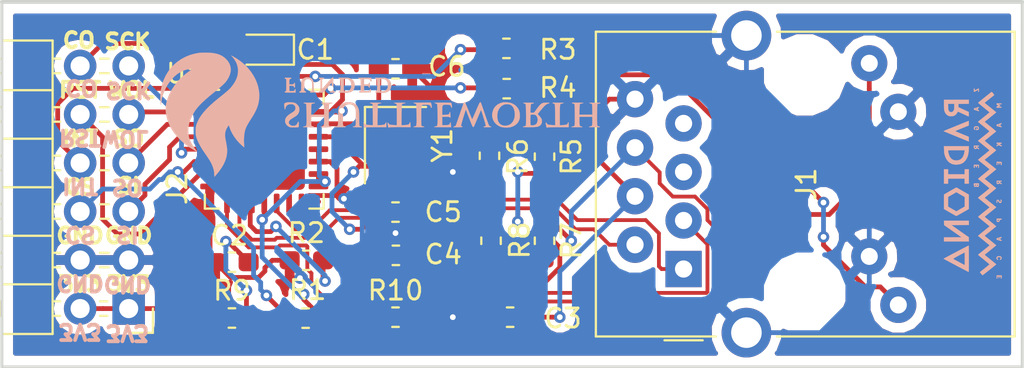
<source format=kicad_pcb>
(kicad_pcb (version 20171130) (host pcbnew 5.0.2+dfsg1-1)
  (layers (0 F.Cu signal hide) (31 B.Cu signal hide) (34 B.Paste user) (35 F.Paste user hide) (36 B.SilkS user) (37 F.SilkS user) (38 B.Mask user) (39 F.Mask user hide) (44 Edge.Cuts user))
  (net 0 "")
  (net 1 "Net-(C1-Pad1)")
  (net 2 GND)
  (net 3 "Net-(C2-Pad1)")
  (net 4 "Net-(C3-Pad2)")
  (net 5 "Net-(C4-Pad2)")
  (net 6 TPOUT+)
  (net 7 TPOUT-)
  (net 8 TPIN+)
  (net 9 "Net-(J1-PadR5)")
  (net 10 TPIN-)
  (net 11 "Net-(J1-PadR7)")
  (net 12 "Net-(J1-PadL1)")
  (net 13 "Net-(J1-PadL4)")
  (net 14 CS)
  (net 15 SI)
  (net 16 INT)
  (net 17 SO)
  (net 18 RESET)
  (net 19 CLKOUT)
  (net 20 WOL)
  (net 21 SCK)
  (net 22 +3V3)
  (net 23 "Net-(R2-Pad2)")
  (net 24 LEDA)
  (net 25 LEDB)
  (net 26 "Net-(C5-Pad1)")
  (net 27 "Net-(C6-Pad1)")
  (module Capacitor_Tantalum_SMD:CP_EIA-1608-08_AVX-J_Pad1.25x1.05mm_HandSolder (layer F.Cu) (at 152 69 180)
    (fp_text reference C1 (at -2.8 0 180) (layer F.SilkS))
    (fp_text value 10u)
    (pad 1 smd roundrect (at -0.8 0 180) (size 1.25 1.05) (layers F.Cu F.Paste F.Mask) (roundrect_rratio 0.238095) (net 1 "Net-(C1-Pad1)"))
    (pad 2 smd roundrect (at 0.8 0 180) (size 1.25 1.05) (layers F.Cu F.Paste F.Mask) (roundrect_rratio 0.238095) (net 2 GND))
  )
  (module Capacitor_SMD:C_0603_1608Metric_Pad1.05x0.95mm_HandSolder (layer F.Cu) (at 150.43798 80.12176 180)
    (fp_text reference C2 (at 0.127 1.397 180) (layer F.SilkS))
    (fp_text value 100n)
    (pad 1 smd roundrect (at -0.875 0 180) (size 1.05 0.95) (layers F.Cu F.Paste F.Mask) (net 3 "Net-(C2-Pad1)"))
    (pad 2 smd roundrect (at 0.875 0 180) (size 1.05 0.95) (layers F.Cu F.Paste F.Mask) (net 2 GND))
  )
  (module Capacitor_SMD:C_0603_1608Metric_Pad1.05x0.95mm_HandSolder (layer F.Cu) (at 165 83)
    (fp_text reference C3 (at 2.76424 0.0635) (layer F.SilkS))
    (fp_text value 100n)
    (pad 1 smd roundrect (at -0.875 0) (size 1.05 0.95) (layers F.Cu F.Paste F.Mask) (net 2 GND))
    (pad 2 smd roundrect (at 0.875 0) (size 1.05 0.95) (layers F.Cu F.Paste F.Mask) (net 4 "Net-(C3-Pad2)"))
  )
  (module Capacitor_SMD:C_0603_1608Metric_Pad1.05x0.95mm_HandSolder (layer F.Cu) (at 159.01924 79.764)
    (fp_text reference C4 (at 2.48076 -0.0508) (layer F.SilkS))
    (fp_text value 100n)
    (pad 2 smd roundrect (at 0.875 0) (size 1.05 0.95) (layers F.Cu F.Paste F.Mask) (net 5 "Net-(C4-Pad2)"))
    (pad 1 smd roundrect (at -0.875 0) (size 1.05 0.95) (layers F.Cu F.Paste F.Mask) (net 2 GND))
  )
  (module Connector_RJ:RJ45_Amphenol_RJMG1BD3B8K1ANR (layer F.Cu) (at 174.07636 80.4799 90)
    (fp_text reference J1 (at 4.445 6.42364 90) (layer F.SilkS))
    (fp_text value RJ45)
    (pad R1 thru_hole rect (at 0 0 90) (size 1.9 1.9) (drill 0.9) (layers *.Cu *.Mask) (net 6 TPOUT+))
    (pad R2 thru_hole circle (at 1.27 -2.54 90) (size 1.9 1.9) (drill 0.9) (layers *.Cu *.Mask) (net 7 TPOUT-))
    (pad R3 thru_hole circle (at 2.54 0 90) (size 1.9 1.9) (drill 0.9) (layers *.Cu *.Mask) (net 8 TPIN+))
    (pad R4 thru_hole circle (at 3.81 -2.54 90) (size 1.9 1.9) (drill 0.9) (layers *.Cu *.Mask) (net 4 "Net-(C3-Pad2)"))
    (pad R5 thru_hole circle (at 5.08 0 90) (size 1.9 1.9) (drill 0.9) (layers *.Cu *.Mask) (net 9 "Net-(J1-PadR5)"))
    (pad R6 thru_hole circle (at 6.35 -2.54 90) (size 1.9 1.9) (drill 0.9) (layers *.Cu *.Mask) (net 10 TPIN-))
    (pad R7 thru_hole circle (at 7.62 0 90) (size 1.9 1.9) (drill 0.9) (layers *.Cu *.Mask) (net 11 "Net-(J1-PadR7)"))
    (pad R8 thru_hole circle (at 8.89 -2.54 90) (size 1.9 1.9) (drill 0.9) (layers *.Cu *.Mask) (net 2 GND))
    (pad L1 thru_hole circle (at 10.77 9.72 90) (size 1.89 1.89) (drill 0.89) (layers *.Cu *.Mask) (net 12 "Net-(J1-PadL1)"))
    (pad L2 thru_hole circle (at 8.23 11.24 90) (size 1.89 1.89) (drill 0.89) (layers *.Cu *.Mask) (net 2 GND))
    (pad L3 thru_hole circle (at 0.66 9.72 90) (size 1.89 1.89) (drill 0.89) (layers *.Cu *.Mask) (net 2 GND))
    (pad L4 thru_hole circle (at -1.88 11.24 90) (size 1.89 1.89) (drill 0.89) (layers *.Cu *.Mask) (net 13 "Net-(J1-PadL4)"))
    (pad 13 thru_hole circle (at -3.33 3.29 90) (size 2.6 2.6) (drill 1.6) (layers *.Cu *.Mask) (net 2 GND))
    (pad 13 thru_hole circle (at 12.22 3.29 90) (size 2.6 2.6) (drill 1.6) (layers *.Cu *.Mask) (net 2 GND))
    (pad "" np_thru_hole circle (at -1.27 6.34 90) (size 3.25 3.25) (drill 3.25) (layers *.Cu *.Mask))
    (pad "" np_thru_hole circle (at 10.16 6.34 90) (size 3.25 3.25) (drill 3.25) (layers *.Cu *.Mask))
  )
  (module Resistor_SMD:R_0603_1608Metric_Pad1.05x0.95mm_HandSolder (layer F.Cu) (at 154.29624 83.05038 180)
    (fp_text reference R1 (at -0.1016 1.4732 180) (layer F.SilkS))
    (fp_text value 4K7)
    (pad 1 smd roundrect (at -0.875 0 180) (size 1.05 0.95) (layers F.Cu F.Paste F.Mask) (net 22 +3V3))
    (pad 2 smd roundrect (at 0.875 0 180) (size 1.05 0.95) (layers F.Cu F.Paste F.Mask) (net 14 CS))
  )
  (module Resistor_SMD:R_0603_1608Metric_Pad1.05x0.95mm_HandSolder (layer F.Cu) (at 154.33434 80.0227)
    (fp_text reference R2 (at 0 -1.43) (layer F.SilkS))
    (fp_text value 2K7)
    (pad 2 smd roundrect (at 0.875 0) (size 1.05 0.95) (layers F.Cu F.Paste F.Mask) (net 23 "Net-(R2-Pad2)"))
    (pad 1 smd roundrect (at -0.875 0) (size 1.05 0.95) (layers F.Cu F.Paste F.Mask) (net 2 GND))
  )
  (module Resistor_SMD:R_0603_1608Metric_Pad1.05x0.95mm_HandSolder (layer F.Cu) (at 164.80688 68.93128)
    (fp_text reference R3 (at 2.69312 0.06872) (layer F.SilkS))
    (fp_text value 270R)
    (pad 1 smd roundrect (at -0.875 0) (size 1.05 0.95) (layers F.Cu F.Paste F.Mask) (net 24 LEDA))
    (pad 2 smd roundrect (at 0.875 0) (size 1.05 0.95) (layers F.Cu F.Paste F.Mask) (net 13 "Net-(J1-PadL4)"))
  )
  (module Resistor_SMD:R_0603_1608Metric_Pad1.05x0.95mm_HandSolder (layer F.Cu) (at 164.81958 71.03948)
    (fp_text reference R4 (at 2.68042 -0.03948) (layer F.SilkS))
    (fp_text value 270R)
    (pad 2 smd roundrect (at 0.875 0) (size 1.05 0.95) (layers F.Cu F.Paste F.Mask) (net 12 "Net-(J1-PadL1)"))
    (pad 1 smd roundrect (at -0.875 0) (size 1.05 0.95) (layers F.Cu F.Paste F.Mask) (net 25 LEDB))
  )
  (module Resistor_SMD:R_0603_1608Metric_Pad1.05x0.95mm_HandSolder (layer F.Cu) (at 166.8 74.6 90)
    (fp_text reference R5 (at 0 1.4 90) (layer F.SilkS))
    (fp_text value 270R)
    (pad 2 smd roundrect (at 0.875 0 90) (size 1.05 0.95) (layers F.Cu F.Paste F.Mask) (net 4 "Net-(C3-Pad2)"))
    (pad 1 smd roundrect (at -0.875 0 90) (size 1.05 0.95) (layers F.Cu F.Paste F.Mask) (net 7 TPOUT-))
  )
  (module Resistor_SMD:R_0603_1608Metric_Pad1.05x0.95mm_HandSolder (layer F.Cu) (at 163.91872 74.5523 90)
    (fp_text reference R6 (at -0.0477 1.48128 90) (layer F.SilkS))
    (fp_text value 270R)
    (pad 1 smd roundrect (at -0.875 0 90) (size 1.05 0.95) (layers F.Cu F.Paste F.Mask) (net 6 TPOUT+))
    (pad 2 smd roundrect (at 0.875 0 90) (size 1.05 0.95) (layers F.Cu F.Paste F.Mask) (net 4 "Net-(C3-Pad2)"))
  )
  (module Resistor_SMD:R_0603_1608Metric_Pad1.05x0.95mm_HandSolder (layer F.Cu) (at 166.8 79 270)
    (fp_text reference R7 (at 0 -1.4 270) (layer F.SilkS))
    (fp_text value 270R)
    (pad 1 smd roundrect (at -0.875 0 270) (size 1.05 0.95) (layers F.Cu F.Paste F.Mask) (net 10 TPIN-))
    (pad 2 smd roundrect (at 0.875 0 270) (size 1.05 0.95) (layers F.Cu F.Paste F.Mask) (net 5 "Net-(C4-Pad2)"))
  )
  (module Resistor_SMD:R_0603_1608Metric_Pad1.05x0.95mm_HandSolder (layer F.Cu) (at 164 79 270)
    (fp_text reference R8 (at -0.02178 -1.5 270) (layer F.SilkS))
    (fp_text value 270R)
    (pad 2 smd roundrect (at 0.875 0 270) (size 1.05 0.95) (layers F.Cu F.Paste F.Mask) (net 5 "Net-(C4-Pad2)"))
    (pad 1 smd roundrect (at -0.875 0 270) (size 1.05 0.95) (layers F.Cu F.Paste F.Mask) (net 8 TPIN+))
  )
  (module Resistor_SMD:R_0603_1608Metric_Pad1.05x0.95mm_HandSolder (layer F.Cu) (at 150.43798 83.04276)
    (fp_text reference R9 (at 0 -1.43) (layer F.SilkS))
    (fp_text value 4K7)
    (pad 2 smd roundrect (at 0.875 0) (size 1.05 0.95) (layers F.Cu F.Paste F.Mask) (net 3 "Net-(C2-Pad1)"))
    (pad 1 smd roundrect (at -0.875 0) (size 1.05 0.95) (layers F.Cu F.Paste F.Mask) (net 22 +3V3))
  )
  (module Resistor_SMD:R_0603_1608Metric_Pad1.05x0.95mm_HandSolder (layer F.Cu) (at 159 83 180)
    (fp_text reference R10 (at 0 1.4 180) (layer F.SilkS))
    (fp_text value 10R)
    (pad 1 smd roundrect (at -0.875 0 180) (size 1.05 0.95) (layers F.Cu F.Paste F.Mask) (net 4 "Net-(C3-Pad2)"))
    (pad 2 smd roundrect (at 0.875 0 180) (size 1.05 0.95) (layers F.Cu F.Paste F.Mask) (net 22 +3V3))
  )
  (module Capacitor_SMD:C_0603_1608Metric_Pad1.05x0.95mm_HandSolder (layer F.Cu) (at 159 77.5)
    (fp_text reference C5 (at 2.5 0) (layer F.SilkS))
    (fp_text value 18p)
    (pad 1 smd roundrect (at -0.875 0) (size 1.05 0.95) (layers F.Cu F.Paste F.Mask) (net 26 "Net-(C5-Pad1)"))
    (pad 2 smd roundrect (at 0.875 0) (size 1.05 0.95) (layers F.Cu F.Paste F.Mask) (net 2 GND))
  )
  (module Capacitor_SMD:C_0603_1608Metric_Pad1.05x0.95mm_HandSolder (layer F.Cu) (at 159 70)
    (fp_text reference C6 (at 2.68732 -0.1143) (layer F.SilkS))
    (fp_text value 18p)
    (pad 2 smd roundrect (at 0.875 0) (size 1.05 0.95) (layers F.Cu F.Paste F.Mask) (net 2 GND))
    (pad 1 smd roundrect (at -0.875 0) (size 1.05 0.95) (layers F.Cu F.Paste F.Mask) (net 27 "Net-(C6-Pad1)"))
  )
  (module Connector_PinHeader_2.54mm:PinHeader_2x06_P2.54mm_Horizontal (layer F.Cu) (at 145.034 82.55 180)
    (fp_text reference J2 (at -2.54 6.2865 90) (layer F.SilkS))
    (fp_text value Conn_02x06_Odd_Even)
    (pad 1 thru_hole rect (at 0 0 180) (size 1.7 1.7) (drill 1) (layers *.Cu *.Mask) (net 22 +3V3))
    (pad 2 thru_hole oval (at 2.54 0 180) (size 1.7 1.7) (drill 1) (layers *.Cu *.Mask) (net 22 +3V3))
    (pad 3 thru_hole oval (at 0 2.54 180) (size 1.7 1.7) (drill 1) (layers *.Cu *.Mask) (net 2 GND))
    (pad 4 thru_hole oval (at 2.54 2.54 180) (size 1.7 1.7) (drill 1) (layers *.Cu *.Mask) (net 2 GND))
    (pad 5 thru_hole oval (at 0 5.08 180) (size 1.7 1.7) (drill 1) (layers *.Cu *.Mask) (net 15 SI))
    (pad 6 thru_hole oval (at 2.54 5.08 180) (size 1.7 1.7) (drill 1) (layers *.Cu *.Mask) (net 14 CS))
    (pad 7 thru_hole oval (at 0 7.62 180) (size 1.7 1.7) (drill 1) (layers *.Cu *.Mask) (net 17 SO))
    (pad 8 thru_hole oval (at 2.54 7.62 180) (size 1.7 1.7) (drill 1) (layers *.Cu *.Mask) (net 16 INT))
    (pad 9 thru_hole oval (at 0 10.16 180) (size 1.7 1.7) (drill 1) (layers *.Cu *.Mask) (net 20 WOL))
    (pad 10 thru_hole oval (at 2.54 10.16 180) (size 1.7 1.7) (drill 1) (layers *.Cu *.Mask) (net 18 RESET))
    (pad 11 thru_hole oval (at 0 12.7 180) (size 1.7 1.7) (drill 1) (layers *.Cu *.Mask) (net 21 SCK))
    (pad 12 thru_hole oval (at 2.54 12.7 180) (size 1.7 1.7) (drill 1) (layers *.Cu *.Mask) (net 19 CLKOUT))
  )
  (module Package_DFN_QFN:QFN-28-1EP_6x6mm_P0.65mm_EP4.25x4.25mm (layer F.Cu) (at 152.13076 74.20864)
    (fp_text reference U1 (at -4.13076 -3.95864 180) (layer F.SilkS))
    (fp_text value ENC28J60)
    (pad 29 smd roundrect (at 0 0) (size 4.25 4.25) (layers F.Cu F.Mask) (roundrect_rratio 0.058824))
    (pad 1 smd roundrect (at -2.8375 -1.95) (size 1.025 0.3) (layers F.Cu F.Paste F.Mask) (net 20 WOL))
    (pad 2 smd roundrect (at -2.8375 -1.3) (size 1.025 0.3) (layers F.Cu F.Paste F.Mask) (net 17 SO))
    (pad 3 smd roundrect (at -2.8375 -0.65) (size 1.025 0.3) (layers F.Cu F.Paste F.Mask) (net 15 SI))
    (pad 4 smd roundrect (at -2.8375 0) (size 1.025 0.3) (layers F.Cu F.Paste F.Mask) (net 21 SCK))
    (pad 5 smd roundrect (at -2.8375 0.65) (size 1.025 0.3) (layers F.Cu F.Paste F.Mask) (net 14 CS))
    (pad 6 smd roundrect (at -2.8375 1.3) (size 1.025 0.3) (layers F.Cu F.Paste F.Mask) (net 18 RESET))
    (pad 7 smd roundrect (at -2.8375 1.95) (size 1.025 0.3) (layers F.Cu F.Paste F.Mask) (net 2 GND))
    (pad 8 smd roundrect (at -1.95 2.8375) (size 0.3 1.025) (layers F.Cu F.Paste F.Mask) (net 10 TPIN-))
    (pad 9 smd roundrect (at -1.3 2.8375) (size 0.3 1.025) (layers F.Cu F.Paste F.Mask) (net 8 TPIN+))
    (pad 10 smd roundrect (at -0.65 2.8375) (size 0.3 1.025) (layers F.Cu F.Paste F.Mask) (net 23 "Net-(R2-Pad2)"))
    (pad 11 smd roundrect (at 0 2.8375) (size 0.3 1.025) (layers F.Cu F.Paste F.Mask) (net 22 +3V3))
    (pad 12 smd roundrect (at 0.65 2.8375) (size 0.3 1.025) (layers F.Cu F.Paste F.Mask) (net 7 TPOUT-))
    (pad 13 smd roundrect (at 1.3 2.8375) (size 0.3 1.025) (layers F.Cu F.Paste F.Mask) (net 6 TPOUT+))
    (pad 14 smd roundrect (at 1.95 2.8375) (size 0.3 1.025) (layers F.Cu F.Paste F.Mask) (net 2 GND))
    (pad 15 smd roundrect (at 2.8375 1.95) (size 1.025 0.3) (layers F.Cu F.Paste F.Mask) (net 22 +3V3))
    (pad 16 smd roundrect (at 2.8375 1.3) (size 1.025 0.3) (layers F.Cu F.Paste F.Mask) (net 22 +3V3))
    (pad 17 smd roundrect (at 2.8375 0.65) (size 1.025 0.3) (layers F.Cu F.Paste F.Mask) (net 2 GND))
    (pad 18 smd roundrect (at 2.8375 0) (size 1.025 0.3) (layers F.Cu F.Paste F.Mask) (net 2 GND))
    (pad 19 smd roundrect (at 2.8375 -0.65) (size 1.025 0.3) (layers F.Cu F.Paste F.Mask) (net 26 "Net-(C5-Pad1)"))
    (pad 20 smd roundrect (at 2.8375 -1.3) (size 1.025 0.3) (layers F.Cu F.Paste F.Mask) (net 27 "Net-(C6-Pad1)"))
    (pad 21 smd roundrect (at 2.8375 -1.95) (size 1.025 0.3) (layers F.Cu F.Paste F.Mask) (net 22 +3V3))
    (pad 22 smd roundrect (at 1.95 -2.8375) (size 0.3 1.025) (layers F.Cu F.Paste F.Mask) (net 25 LEDB))
    (pad 23 smd roundrect (at 1.3 -2.8375) (size 0.3 1.025) (layers F.Cu F.Paste F.Mask) (net 24 LEDA))
    (pad 24 smd roundrect (at 0.65 -2.8375) (size 0.3 1.025) (layers F.Cu F.Paste F.Mask) (net 22 +3V3))
    (pad 25 smd roundrect (at 0 -2.8375) (size 0.3 1.025) (layers F.Cu F.Paste F.Mask) (net 1 "Net-(C1-Pad1)"))
    (pad 26 smd roundrect (at -0.65 -2.8375) (size 0.3 1.025) (layers F.Cu F.Paste F.Mask) (net 2 GND))
    (pad 27 smd roundrect (at -1.3 -2.8375) (size 0.3 1.025) (layers F.Cu F.Paste F.Mask) (net 19 CLKOUT))
    (pad 28 smd roundrect (at -1.95 -2.8375) (size 0.3 1.025) (layers F.Cu F.Paste F.Mask) (net 16 INT))
  )
  (module Crystal:Crystal_SMD_SeikoEpson_FA238-4Pin_3.2x2.5mm (layer F.Cu) (at 159 74 270)
    (fp_text reference Y1 (at 0 -2.45 270) (layer F.SilkS))
    (fp_text value Crystal)
    (pad 1 smd rect (at -1.1 0.8 270) (size 1.4 1.2) (layers F.Cu F.Paste F.Mask) (net 27 "Net-(C6-Pad1)"))
    (pad 2 smd rect (at 1.1 0.8 270) (size 1.4 1.2) (layers F.Cu F.Paste F.Mask) (net 26 "Net-(C5-Pad1)"))
    (pad 3 smd rect (at 1.1 -0.8 270) (size 1.4 1.2) (layers F.Cu F.Paste F.Mask))
    (pad 4 smd rect (at -1.1 -0.8 270) (size 1.4 1.2) (layers F.Cu F.Paste F.Mask))
  )
  (module parts:shutleworth (layer B.Cu) (at 158.1 72.4)
    (fp_text reference G*** hide)
    (fp_text value LOGO hide)
  )
  (module parts:radiona-10mm (layer B.Cu) (at 189.2 76 270)
    (fp_text reference G*** hide)
    (fp_text value LOGO hide)
  )
  (gr_line (start 138.4 85.6) (end 191.8 85.6) (layer Edge.Cuts) (width 0.15))
  (gr_line (start 191.8 66.5) (end 138.4 66.5) (layer Edge.Cuts) (width 0.2))
  (gr_text SI (at 144.9705 78.6765 180) (layer B.SilkS) (effects (font (size 0.8 0.8) (thickness 0.2)) (justify mirror)))
  (gr_text 3V3 (at 144.9705 83.82 180) (layer B.SilkS) (effects (font (size 0.8 0.8) (thickness 0.2)) (justify mirror)))
  (gr_text GND (at 144.9705 81.28 180) (layer B.SilkS) (effects (font (size 0.8 0.8) (thickness 0.2)) (justify mirror)))
  (gr_text WOL (at 144.8435 73.66 180) (layer B.SilkS) (effects (font (size 0.8 0.8) (thickness 0.2)) (justify mirror)))
  (gr_text SO (at 144.9705 76.2 180) (layer B.SilkS) (effects (font (size 0.8 0.8) (thickness 0.2)) (justify mirror)))
  (gr_text SCK (at 145.034 71.12 180) (layer B.SilkS) (effects (font (size 0.8 0.8) (thickness 0.2)) (justify mirror)))
  (gr_text INT (at 142.494 76.1365 180) (layer B.SilkS) (effects (font (size 0.8 0.8) (thickness 0.2)) (justify mirror)))
  (gr_text 3V3 (at 142.494 83.7565 180) (layer B.SilkS) (effects (font (size 0.8 0.8) (thickness 0.2)) (justify mirror)))
  (gr_text RST (at 142.494 73.5965 180) (layer B.SilkS) (effects (font (size 0.8 0.8) (thickness 0.2)) (justify mirror)))
  (gr_text CS (at 142.494 78.6765 180) (layer B.SilkS) (effects (font (size 0.8 0.8) (thickness 0.2)) (justify mirror)))
  (gr_text GND (at 142.494 81.2165 180) (layer B.SilkS) (effects (font (size 0.8 0.8) (thickness 0.2)) (justify mirror)))
  (gr_text CO (at 142.5575 70.993 180) (layer B.SilkS) (effects (font (size 0.8 0.8) (thickness 0.2)) (justify mirror)))
  (gr_line (start 191.8 85.6) (end 191.8 66.5) (layer Edge.Cuts) (width 0.15))
  (gr_line (start 138.4 66.5) (end 138.4 85.6) (layer Edge.Cuts) (width 0.15))
  (gr_text 3V3 (at 145.034 81.28) (layer F.SilkS) (effects (font (size 0.8 0.8) (thickness 0.2))))
  (gr_text 3V3 (at 142.494 81.28) (layer F.SilkS) (effects (font (size 0.8 0.8) (thickness 0.2))))
  (gr_text GND (at 145.034 78.74) (layer F.SilkS) (effects (font (size 0.8 0.8) (thickness 0.2))))
  (gr_text GND (at 142.494 78.74) (layer F.SilkS) (effects (font (size 0.8 0.8) (thickness 0.2))))
  (gr_text SCK (at 144.9705 68.58) (layer F.SilkS) (effects (font (size 0.8 0.8) (thickness 0.2))))
  (gr_text WOL (at 145.161 71.12) (layer F.SilkS) (effects (font (size 0.8 0.8) (thickness 0.2))))
  (gr_text CO (at 142.4305 68.5165) (layer F.SilkS) (effects (font (size 0.8 0.8) (thickness 0.2))))
  (gr_text RST (at 142.494 71.12) (layer F.SilkS) (effects (font (size 0.8 0.8) (thickness 0.2))))
  (gr_text SO (at 145.034 73.66) (layer F.SilkS) (effects (font (size 0.8 0.8) (thickness 0.2))))
  (gr_text INT (at 142.494 73.66) (layer F.SilkS) (effects (font (size 0.8 0.8) (thickness 0.2))))
  (gr_text SI (at 145.034 76.1365) (layer F.SilkS) (effects (font (size 0.8 0.8) (thickness 0.2))))
  (gr_text CS (at 142.494 76.2) (layer F.SilkS) (effects (font (size 0.8 0.8) (thickness 0.2))))
  (segment (start 152.13076 69.66924) (end 152.13076 71.37114) (width 0.25) (layer F.Cu) (net 1))
  (segment (start 152.8 69) (end 152.13076 69.66924) (width 0.25) (layer F.Cu) (net 1))
  (segment (start 151.48076 69.28076) (end 151.48076 71.37114) (width 0.25) (layer F.Cu) (net 2))
  (segment (start 151.2 69) (end 151.48076 69.28076) (width 0.25) (layer F.Cu) (net 2))
  (segment (start 149.29326 79.85204) (end 149.56298 80.12176) (width 0.25) (layer F.Cu) (net 2))
  (segment (start 149.29326 76.15864) (end 149.29326 79.85204) (width 0.25) (layer F.Cu) (net 2))
  (segment (start 145.14576 80.12176) (end 145.034 80.01) (width 0.25) (layer F.Cu) (net 2))
  (segment (start 149.56298 80.12176) (end 145.14576 80.12176) (width 0.25) (layer F.Cu) (net 2))
  (segment (start 145.034 80.01) (end 142.494 80.01) (width 0.25) (layer F.Cu) (net 2))
  (segment (start 154.96826 74.85864) (end 154.96826 74.20864) (width 0.25) (layer F.Cu) (net 2))
  (via (at 159 78.6) (size 0.6) (drill 0.3) (layers F.Cu B.Cu) (net 2))
  (segment (start 159 78.375) (end 159.875 77.5) (width 0.25) (layer F.Cu) (net 2))
  (segment (start 159 78.6) (end 159 78.375) (width 0.25) (layer F.Cu) (net 2))
  (segment (start 159 78.90824) (end 158.14424 79.764) (width 0.25) (layer F.Cu) (net 2))
  (segment (start 159 78.6) (end 159 78.90824) (width 0.25) (layer F.Cu) (net 2))
  (segment (start 159 78.6) (end 161.4 78.6) (width 0.25) (layer B.Cu) (net 2))
  (segment (start 161.4 78.6) (end 162 79.2) (width 0.25) (layer B.Cu) (net 2))
  (via (at 162 83) (size 0.6) (drill 0.3) (layers F.Cu B.Cu) (net 2))
  (segment (start 162 79.2) (end 162 83) (width 0.25) (layer B.Cu) (net 2))
  (segment (start 162 83) (end 164.125 83) (width 0.25) (layer F.Cu) (net 2))
  (segment (start 159.375928 69.500928) (end 159.875 70) (width 0.25) (layer F.Cu) (net 2))
  (segment (start 158.02499 68.14999) (end 159.375928 69.500928) (width 0.25) (layer F.Cu) (net 2))
  (segment (start 152.05001 68.14999) (end 158.02499 68.14999) (width 0.25) (layer F.Cu) (net 2))
  (segment (start 151.2 69) (end 152.05001 68.14999) (width 0.25) (layer F.Cu) (net 2))
  (via (at 162 75.4) (size 0.6) (drill 0.3) (layers F.Cu B.Cu) (net 2))
  (segment (start 162 72.125) (end 159.875 70) (width 0.25) (layer F.Cu) (net 2))
  (segment (start 162 75.4) (end 162 72.125) (width 0.25) (layer F.Cu) (net 2))
  (segment (start 149.56298 80.12176) (end 150.36299 80.92177) (width 0.25) (layer F.Cu) (net 2))
  (segment (start 152.16299 80.414347) (end 152.554637 80.0227) (width 0.25) (layer F.Cu) (net 2))
  (segment (start 152.16299 80.59226) (end 152.16299 80.414347) (width 0.25) (layer F.Cu) (net 2))
  (segment (start 153.958412 80.915021) (end 153.999989 80.956598) (width 0.25) (layer F.Cu) (net 2))
  (segment (start 153.45934 80.0227) (end 153.958412 80.521772) (width 0.25) (layer F.Cu) (net 2))
  (segment (start 151.83348 80.92177) (end 152.16299 80.59226) (width 0.25) (layer F.Cu) (net 2))
  (segment (start 153.958412 80.521772) (end 153.958412 80.915021) (width 0.25) (layer F.Cu) (net 2))
  (via (at 153.999989 80.956598) (size 0.6) (drill 0.3) (layers F.Cu B.Cu) (net 2))
  (segment (start 152.83434 80.0227) (end 153.45934 80.0227) (width 0.25) (layer F.Cu) (net 2))
  (segment (start 152.554637 80.0227) (end 152.83434 80.0227) (width 0.25) (layer F.Cu) (net 2))
  (segment (start 150.36299 80.92177) (end 151.83348 80.92177) (width 0.25) (layer F.Cu) (net 2))
  (segment (start 183.79636 81.156331) (end 183.79636 79.8199) (width 0.25) (layer B.Cu) (net 2))
  (segment (start 183.79636 81.255902) (end 183.79636 81.156331) (width 0.25) (layer B.Cu) (net 2))
  (segment (start 181.242362 83.8099) (end 183.79636 81.255902) (width 0.25) (layer B.Cu) (net 2))
  (segment (start 177.36636 83.8099) (end 181.242362 83.8099) (width 0.25) (layer B.Cu) (net 2))
  (segment (start 183.79636 73.7699) (end 185.31636 72.2499) (width 0.25) (layer B.Cu) (net 2))
  (segment (start 183.79636 79.8199) (end 183.79636 73.7699) (width 0.25) (layer B.Cu) (net 2))
  (segment (start 177.36636 70.098377) (end 177.36636 68.2599) (width 0.25) (layer B.Cu) (net 2))
  (segment (start 177.36636 70.155902) (end 177.36636 70.098377) (width 0.25) (layer B.Cu) (net 2))
  (segment (start 180.405357 73.194899) (end 177.36636 70.155902) (width 0.25) (layer B.Cu) (net 2))
  (segment (start 184.371361 73.194899) (end 180.405357 73.194899) (width 0.25) (layer B.Cu) (net 2))
  (segment (start 185.31636 72.2499) (end 184.371361 73.194899) (width 0.25) (layer B.Cu) (net 2))
  (segment (start 174.86636 68.2599) (end 171.53636 71.5899) (width 0.25) (layer B.Cu) (net 2))
  (segment (start 177.36636 68.2599) (end 174.86636 68.2599) (width 0.25) (layer B.Cu) (net 2))
  (via (at 156.299969 76.799978) (size 0.6) (drill 0.3) (layers F.Cu B.Cu) (net 2))
  (segment (start 156.061276 76.799978) (end 156.299969 76.799978) (width 0.25) (layer F.Cu) (net 2))
  (segment (start 154.987658 81.862654) (end 155.718118 81.862654) (width 0.25) (layer B.Cu) (net 2))
  (segment (start 154.825002 81.499998) (end 154.825002 81.699998) (width 0.25) (layer B.Cu) (net 2))
  (segment (start 162 75.4) (end 160.804138 76.595862) (width 0.25) (layer B.Cu) (net 2))
  (segment (start 154.08076 77.04614) (end 154.49325 76.63365) (width 0.25) (layer F.Cu) (net 2))
  (segment (start 155.718118 81.862654) (end 157.259365 80.321407) (width 0.25) (layer B.Cu) (net 2))
  (segment (start 155.921798 76.63365) (end 155.996887 76.708739) (width 0.25) (layer F.Cu) (net 2))
  (segment (start 155.996887 76.735589) (end 156.061276 76.799978) (width 0.25) (layer F.Cu) (net 2))
  (segment (start 154.825002 81.699998) (end 154.987658 81.862654) (width 0.25) (layer B.Cu) (net 2))
  (segment (start 159 78.6) (end 156.995862 76.595862) (width 0.25) (layer B.Cu) (net 2))
  (segment (start 156.599968 76.499979) (end 156.299969 76.799978) (width 0.25) (layer B.Cu) (net 2))
  (segment (start 155.93772 75.2156) (end 155.93772 76.649572) (width 0.25) (layer F.Cu) (net 2))
  (segment (start 156.995862 76.595862) (end 156.792679 76.595862) (width 0.25) (layer B.Cu) (net 2))
  (segment (start 157.259365 80.321407) (end 157.259365 77.759374) (width 0.25) (layer B.Cu) (net 2))
  (segment (start 155.93772 76.649572) (end 155.996887 76.708739) (width 0.25) (layer F.Cu) (net 2))
  (segment (start 154.281602 80.956598) (end 154.825002 81.499998) (width 0.25) (layer B.Cu) (net 2))
  (segment (start 155.996887 76.708739) (end 155.996887 76.735589) (width 0.25) (layer F.Cu) (net 2))
  (segment (start 160.804138 76.595862) (end 156.792679 76.595862) (width 0.25) (layer B.Cu) (net 2))
  (segment (start 154.49325 76.63365) (end 155.921798 76.63365) (width 0.25) (layer F.Cu) (net 2))
  (segment (start 153.999989 80.956598) (end 154.281602 80.956598) (width 0.25) (layer B.Cu) (net 2))
  (segment (start 157.259365 77.759374) (end 156.599968 77.099977) (width 0.25) (layer B.Cu) (net 2))
  (segment (start 155.58076 74.85864) (end 155.93772 75.2156) (width 0.25) (layer F.Cu) (net 2))
  (segment (start 154.96826 74.85864) (end 155.58076 74.85864) (width 0.25) (layer F.Cu) (net 2))
  (segment (start 156.696796 76.499979) (end 156.599968 76.499979) (width 0.25) (layer B.Cu) (net 2))
  (segment (start 156.792679 76.595862) (end 156.696796 76.499979) (width 0.25) (layer B.Cu) (net 2))
  (segment (start 156.599968 77.099977) (end 156.299969 76.799978) (width 0.25) (layer B.Cu) (net 2))
  (segment (start 170.192858 71.5899) (end 171.53636 71.5899) (width 0.25) (layer F.Cu) (net 2))
  (segment (start 169.657758 72.125) (end 170.192858 71.5899) (width 0.25) (layer F.Cu) (net 2))
  (segment (start 162 72.125) (end 169.657758 72.125) (width 0.25) (layer F.Cu) (net 2))
  (via (at 151.2 81.6) (size 0.6) (drill 0.3) (layers F.Cu B.Cu) (net 3))
  (segment (start 151.2 82.92978) (end 151.31298 83.04276) (width 0.25) (layer F.Cu) (net 3))
  (segment (start 151.2 81.6) (end 151.2 82.92978) (width 0.25) (layer F.Cu) (net 3))
  (segment (start 150.121568 80.521568) (end 150.121568 79.465302) (width 0.25) (layer B.Cu) (net 3))
  (segment (start 151.2 81.6) (end 150.121568 80.521568) (width 0.25) (layer B.Cu) (net 3))
  (segment (start 151.31298 80.12176) (end 150.232258 79.041038) (width 0.25) (layer F.Cu) (net 3))
  (segment (start 150.121568 79.465302) (end 150.121568 79.041038) (width 0.25) (layer B.Cu) (net 3))
  (segment (start 150.232258 79.041038) (end 150.121568 79.041038) (width 0.25) (layer F.Cu) (net 3))
  (via (at 150.121568 79.041038) (size 0.6) (drill 0.3) (layers F.Cu B.Cu) (net 3))
  (segment (start 165.375928 83.499072) (end 165.875 83) (width 0.25) (layer F.Cu) (net 4))
  (segment (start 165.07499 83.80001) (end 165.375928 83.499072) (width 0.25) (layer F.Cu) (net 4))
  (segment (start 160.10001 83.80001) (end 165.07499 83.80001) (width 0.25) (layer F.Cu) (net 4))
  (segment (start 159.875 83.575) (end 160.10001 83.80001) (width 0.25) (layer F.Cu) (net 4))
  (segment (start 159.875 83) (end 159.875 83.575) (width 0.25) (layer F.Cu) (net 4))
  (via (at 167.6 83) (size 0.6) (drill 0.3) (layers F.Cu B.Cu) (net 4))
  (segment (start 165.875 83) (end 167.6 83) (width 0.25) (layer F.Cu) (net 4))
  (segment (start 166.7523 73.6773) (end 166.8 73.725) (width 0.25) (layer F.Cu) (net 4))
  (segment (start 163.91872 73.6773) (end 166.7523 73.6773) (width 0.25) (layer F.Cu) (net 4))
  (segment (start 168.59146 73.725) (end 171.53636 76.6699) (width 0.25) (layer F.Cu) (net 4))
  (segment (start 166.8 73.725) (end 168.59146 73.725) (width 0.25) (layer F.Cu) (net 4))
  (segment (start 167.6 83) (end 167.6 80.60626) (width 0.25) (layer B.Cu) (net 4))
  (segment (start 167.6 80.60626) (end 170.586361 77.619899) (width 0.25) (layer B.Cu) (net 4))
  (segment (start 170.586361 77.619899) (end 171.53636 76.6699) (width 0.25) (layer B.Cu) (net 4))
  (segment (start 163.889 79.764) (end 164 79.875) (width 0.25) (layer F.Cu) (net 5))
  (segment (start 159.89424 79.764) (end 163.889 79.764) (width 0.25) (layer F.Cu) (net 5))
  (segment (start 166.225 79.875) (end 164 79.875) (width 0.25) (layer F.Cu) (net 5))
  (segment (start 166.8 79.875) (end 166.225 79.875) (width 0.25) (layer F.Cu) (net 5))
  (segment (start 174.07636 80.4799) (end 172.92636 80.4799) (width 0.2) (layer F.Cu) (net 6))
  (segment (start 172.92636 80.4799) (end 172.786361 80.339901) (width 0.2) (layer F.Cu) (net 6))
  (segment (start 172.786361 80.339901) (end 172.786361 78.609899) (width 0.2) (layer F.Cu) (net 6))
  (segment (start 172.786361 78.609899) (end 172.096363 77.919901) (width 0.2) (layer F.Cu) (net 6))
  (segment (start 168.51644 77.919901) (end 167.446538 76.849999) (width 0.2) (layer F.Cu) (net 6))
  (segment (start 164.646538 76.849999) (end 164.071538 76.274999) (width 0.2) (layer F.Cu) (net 6))
  (segment (start 167.446538 76.849999) (end 164.646538 76.849999) (width 0.2) (layer F.Cu) (net 6))
  (segment (start 172.096363 77.919901) (end 168.51644 77.919901) (width 0.2) (layer F.Cu) (net 6))
  (segment (start 163.91872 76.193719) (end 164 76.274999) (width 0.25) (layer F.Cu) (net 6))
  (segment (start 163.91872 75.4273) (end 163.91872 76.193719) (width 0.25) (layer F.Cu) (net 6))
  (segment (start 164.071538 76.274999) (end 164 76.274999) (width 0.2) (layer F.Cu) (net 6))
  (segment (start 157.499145 76.274999) (end 156.899979 76.874165) (width 0.2) (layer F.Cu) (net 6))
  (segment (start 155.56569 77.399988) (end 154.965677 78.000001) (width 0.2) (layer F.Cu) (net 6))
  (segment (start 156.899979 77.353699) (end 156.85369 77.399988) (width 0.2) (layer F.Cu) (net 6))
  (segment (start 156.899979 76.874165) (end 156.899979 77.353699) (width 0.2) (layer F.Cu) (net 6))
  (segment (start 154.965677 78.000001) (end 153.991775 78.000001) (width 0.2) (layer F.Cu) (net 6))
  (segment (start 153.43076 77.438986) (end 153.43076 77.04614) (width 0.2) (layer F.Cu) (net 6))
  (segment (start 164 76.274999) (end 157.499145 76.274999) (width 0.2) (layer F.Cu) (net 6))
  (segment (start 156.85369 77.399988) (end 155.56569 77.399988) (width 0.2) (layer F.Cu) (net 6))
  (segment (start 153.991775 78.000001) (end 153.43076 77.438986) (width 0.2) (layer F.Cu) (net 6))
  (via (at 165.4 75.4) (size 0.6) (drill 0.3) (layers F.Cu B.Cu) (net 7))
  (segment (start 166.8 75.475) (end 165.475 75.475) (width 0.25) (layer F.Cu) (net 7))
  (segment (start 165.475 75.475) (end 165.4 75.4) (width 0.25) (layer F.Cu) (net 7))
  (via (at 165.4 78) (size 0.6) (drill 0.3) (layers F.Cu B.Cu) (net 7))
  (segment (start 165.4 75.4) (end 165.4 78) (width 0.25) (layer B.Cu) (net 7))
  (segment (start 165.4 78) (end 165.4 77.29999) (width 0.25) (layer F.Cu) (net 7))
  (segment (start 169.382956 78.399998) (end 168.41741 78.399998) (width 0.2) (layer F.Cu) (net 7))
  (segment (start 170.192858 79.2099) (end 169.382956 78.399998) (width 0.2) (layer F.Cu) (net 7))
  (segment (start 168.41741 78.399998) (end 167.317402 77.29999) (width 0.2) (layer F.Cu) (net 7))
  (segment (start 167.317402 77.29999) (end 165.4 77.29999) (width 0.2) (layer F.Cu) (net 7))
  (segment (start 171.53636 79.2099) (end 170.192858 79.2099) (width 0.2) (layer F.Cu) (net 7))
  (segment (start 157.088001 77.799999) (end 156.037521 77.799999) (width 0.2) (layer F.Cu) (net 7))
  (segment (start 164.460146 77.29999) (end 163.885146 76.72499) (width 0.2) (layer F.Cu) (net 7))
  (segment (start 156.037521 77.799999) (end 155.437508 78.400012) (width 0.2) (layer F.Cu) (net 7))
  (segment (start 157.29999 77.58801) (end 157.088001 77.799999) (width 0.2) (layer F.Cu) (net 7))
  (segment (start 155.437508 78.400012) (end 153.741786 78.400012) (width 0.2) (layer F.Cu) (net 7))
  (segment (start 157.614854 76.72499) (end 157.29999 77.039854) (width 0.2) (layer F.Cu) (net 7))
  (segment (start 163.885146 76.72499) (end 157.614854 76.72499) (width 0.2) (layer F.Cu) (net 7))
  (segment (start 153.741786 78.400012) (end 152.78076 77.438986) (width 0.2) (layer F.Cu) (net 7))
  (segment (start 157.29999 77.039854) (end 157.29999 77.58801) (width 0.2) (layer F.Cu) (net 7))
  (segment (start 165.4 77.29999) (end 164.460146 77.29999) (width 0.2) (layer F.Cu) (net 7))
  (segment (start 152.78076 77.438986) (end 152.78076 77.04614) (width 0.2) (layer F.Cu) (net 7))
  (segment (start 174.07636 77.9399) (end 175.326361 79.189901) (width 0.2) (layer F.Cu) (net 8))
  (segment (start 175.326361 79.189901) (end 175.326361 81.669901) (width 0.2) (layer F.Cu) (net 8))
  (segment (start 175.326361 81.669901) (end 175.266361 81.729901) (width 0.2) (layer F.Cu) (net 8))
  (segment (start 175.266361 81.729901) (end 163 81.729901) (width 0.2) (layer F.Cu) (net 8))
  (segment (start 167.2705 79.02499) (end 167.60001 79.3545) (width 0.25) (layer F.Cu) (net 8))
  (segment (start 166.265609 81.729901) (end 163 81.729901) (width 0.25) (layer F.Cu) (net 8))
  (segment (start 167.60001 79.3545) (end 167.60001 80.3955) (width 0.25) (layer F.Cu) (net 8))
  (segment (start 167.60001 80.3955) (end 166.265609 81.729901) (width 0.25) (layer F.Cu) (net 8))
  (segment (start 164.89999 79.02499) (end 167.2705 79.02499) (width 0.25) (layer F.Cu) (net 8))
  (segment (start 164 78.125) (end 164.89999 79.02499) (width 0.25) (layer F.Cu) (net 8))
  (segment (start 152.684445 78.946739) (end 151.480971 78.946739) (width 0.2) (layer F.Cu) (net 8))
  (segment (start 155.319475 78.847679) (end 152.783505 78.847679) (width 0.2) (layer F.Cu) (net 8))
  (segment (start 151.480971 78.946739) (end 150.83076 78.296528) (width 0.2) (layer F.Cu) (net 8))
  (segment (start 163 81.729901) (end 158.201697 81.729901) (width 0.2) (layer F.Cu) (net 8))
  (segment (start 150.83076 77.65864) (end 150.83076 77.04614) (width 0.2) (layer F.Cu) (net 8))
  (segment (start 152.783505 78.847679) (end 152.684445 78.946739) (width 0.2) (layer F.Cu) (net 8))
  (segment (start 150.83076 78.296528) (end 150.83076 77.65864) (width 0.2) (layer F.Cu) (net 8))
  (segment (start 158.201697 81.729901) (end 155.319475 78.847679) (width 0.2) (layer F.Cu) (net 8))
  (segment (start 172.826359 75.999901) (end 173.516357 76.689899) (width 0.2) (layer F.Cu) (net 10))
  (segment (start 174.676361 76.689899) (end 175.326361 77.339899) (width 0.2) (layer F.Cu) (net 10))
  (segment (start 175.326361 77.919901) (end 175.825 78.41854) (width 0.2) (layer F.Cu) (net 10))
  (segment (start 154.38433 79.30253) (end 154.32949 79.24769) (width 0.2) (layer F.Cu) (net 10))
  (segment (start 175.776352 81.856293) (end 175.452753 82.179892) (width 0.2) (layer F.Cu) (net 10))
  (segment (start 175.326361 77.339899) (end 175.326361 77.919901) (width 0.2) (layer F.Cu) (net 10))
  (segment (start 154.38433 80.482846) (end 154.38433 79.30253) (width 0.2) (layer F.Cu) (net 10))
  (segment (start 172.826359 75.419899) (end 172.826359 75.999901) (width 0.2) (layer F.Cu) (net 10))
  (segment (start 150.18076 77.65864) (end 150.18076 77.04614) (width 0.2) (layer F.Cu) (net 10))
  (segment (start 151.315282 79.34675) (end 150.18076 78.212228) (width 0.2) (layer F.Cu) (net 10))
  (segment (start 152.949194 79.24769) (end 152.850134 79.34675) (width 0.2) (layer F.Cu) (net 10))
  (segment (start 152.850134 79.34675) (end 151.315282 79.34675) (width 0.2) (layer F.Cu) (net 10))
  (segment (start 173.516357 76.689899) (end 174.676361 76.689899) (width 0.2) (layer F.Cu) (net 10))
  (segment (start 154.32949 79.24769) (end 152.949194 79.24769) (width 0.2) (layer F.Cu) (net 10))
  (segment (start 175.776352 79.541848) (end 175.776352 81.856293) (width 0.2) (layer F.Cu) (net 10))
  (segment (start 175.452753 82.179892) (end 155.467894 82.179892) (width 0.2) (layer F.Cu) (net 10))
  (segment (start 175.825 78.41854) (end 175.825 79.4932) (width 0.2) (layer F.Cu) (net 10))
  (segment (start 155.467894 82.179892) (end 154.599999 81.311997) (width 0.2) (layer F.Cu) (net 10))
  (segment (start 154.599999 81.311997) (end 154.599999 80.698515) (width 0.2) (layer F.Cu) (net 10))
  (segment (start 175.825 79.4932) (end 175.776352 79.541848) (width 0.2) (layer F.Cu) (net 10))
  (segment (start 150.18076 78.212228) (end 150.18076 77.65864) (width 0.2) (layer F.Cu) (net 10))
  (segment (start 154.599999 80.698515) (end 154.38433 80.482846) (width 0.2) (layer F.Cu) (net 10))
  (segment (start 171.53636 74.1299) (end 172.826359 75.419899) (width 0.2) (layer F.Cu) (net 10))
  (via (at 168.2 79) (size 0.6) (drill 0.3) (layers F.Cu B.Cu) (net 10))
  (segment (start 167.325 78.125) (end 168.2 79) (width 0.25) (layer F.Cu) (net 10))
  (segment (start 166.8 78.125) (end 167.325 78.125) (width 0.25) (layer F.Cu) (net 10))
  (segment (start 168.2 77.46626) (end 171.53636 74.1299) (width 0.25) (layer B.Cu) (net 10))
  (segment (start 168.2 79) (end 168.2 77.46626) (width 0.25) (layer B.Cu) (net 10))
  (segment (start 183.79636 71.046331) (end 183.79636 69.7099) (width 0.25) (layer F.Cu) (net 12))
  (segment (start 181.700002 77.625002) (end 183.79636 75.528644) (width 0.25) (layer F.Cu) (net 12))
  (segment (start 165.69458 71.03948) (end 166.419161 70.314899) (width 0.25) (layer F.Cu) (net 12))
  (segment (start 183.79636 75.528644) (end 183.79636 71.046331) (width 0.25) (layer F.Cu) (net 12))
  (segment (start 180.699998 77.625002) (end 181.700002 77.625002) (width 0.25) (layer F.Cu) (net 12))
  (segment (start 173.389895 70.314899) (end 180.699998 77.625002) (width 0.25) (layer F.Cu) (net 12))
  (segment (start 166.419161 70.314899) (end 173.389895 70.314899) (width 0.25) (layer F.Cu) (net 12))
  (via (at 181.4 77) (size 0.6) (drill 0.3) (layers F.Cu B.Cu) (net 13))
  (segment (start 173.33128 68.93128) (end 181.4 77) (width 0.25) (layer F.Cu) (net 13))
  (segment (start 165.68188 68.93128) (end 173.33128 68.93128) (width 0.25) (layer F.Cu) (net 13))
  (via (at 181.4 78.8) (size 0.6) (drill 0.3) (layers F.Cu B.Cu) (net 13))
  (segment (start 181.4 77) (end 181.4 78.8) (width 0.25) (layer B.Cu) (net 13))
  (segment (start 184.371361 81.414901) (end 185.31636 82.3599) (width 0.25) (layer F.Cu) (net 13))
  (segment (start 183.590637 81.414901) (end 184.371361 81.414901) (width 0.25) (layer F.Cu) (net 13))
  (segment (start 181.4 79.224264) (end 183.590637 81.414901) (width 0.25) (layer F.Cu) (net 13))
  (segment (start 181.4 78.8) (end 181.4 79.224264) (width 0.25) (layer F.Cu) (net 13))
  (segment (start 143.343999 76.620001) (end 142.494 77.47) (width 0.25) (layer B.Cu) (net 14))
  (segment (start 143.669001 76.294999) (end 143.343999 76.620001) (width 0.25) (layer B.Cu) (net 14))
  (segment (start 146.139316 76.294999) (end 143.669001 76.294999) (width 0.25) (layer B.Cu) (net 14))
  (segment (start 146.634315 75.8) (end 146.139316 76.294999) (width 0.25) (layer B.Cu) (net 14))
  (via (at 147.6 75.4) (size 0.6) (drill 0.3) (layers F.Cu B.Cu) (net 14))
  (segment (start 146.775736 75.8) (end 146.634315 75.8) (width 0.25) (layer B.Cu) (net 14))
  (segment (start 147.175736 75.4) (end 146.775736 75.8) (width 0.25) (layer B.Cu) (net 14))
  (segment (start 147.6 75.4) (end 147.175736 75.4) (width 0.25) (layer B.Cu) (net 14))
  (segment (start 149.29326 74.85864) (end 148.466364 74.85864) (width 0.25) (layer F.Cu) (net 14))
  (segment (start 147.925004 75.4) (end 147.6 75.4) (width 0.25) (layer F.Cu) (net 14))
  (segment (start 148.466364 74.85864) (end 147.925004 75.4) (width 0.25) (layer F.Cu) (net 14))
  (segment (start 151.572049 80.81446) (end 151.944027 81.186438) (width 0.25) (layer B.Cu) (net 14))
  (segment (start 151.944027 81.56177) (end 152.244026 81.861769) (width 0.25) (layer B.Cu) (net 14))
  (via (at 152.244026 81.861769) (size 0.6) (drill 0.3) (layers F.Cu B.Cu) (net 14))
  (segment (start 152.244026 81.873166) (end 152.244026 81.861769) (width 0.25) (layer F.Cu) (net 14))
  (segment (start 151.944027 81.186438) (end 151.944027 81.56177) (width 0.25) (layer B.Cu) (net 14))
  (segment (start 147.6 75.4) (end 151.572049 79.372049) (width 0.25) (layer B.Cu) (net 14))
  (segment (start 151.572049 79.372049) (end 151.572049 80.81446) (width 0.25) (layer B.Cu) (net 14))
  (segment (start 153.42124 83.05038) (end 152.244026 81.873166) (width 0.25) (layer F.Cu) (net 14))
  (segment (start 147.174998 74.099998) (end 147.174998 74.751998) (width 0.25) (layer F.Cu) (net 15))
  (segment (start 145.883999 76.042997) (end 145.883999 76.620001) (width 0.25) (layer F.Cu) (net 15))
  (segment (start 145.883999 76.620001) (end 145.034 77.47) (width 0.25) (layer F.Cu) (net 15))
  (segment (start 147.174998 74.751998) (end 145.883999 76.042997) (width 0.25) (layer F.Cu) (net 15))
  (segment (start 147.716356 73.55864) (end 147.174998 74.099998) (width 0.25) (layer F.Cu) (net 15))
  (segment (start 149.29326 73.55864) (end 147.716356 73.55864) (width 0.25) (layer F.Cu) (net 15))
  (segment (start 149.96005 71.15043) (end 150.18076 71.37114) (width 0.25) (layer F.Cu) (net 16))
  (segment (start 149.834621 71.025001) (end 149.96005 71.15043) (width 0.25) (layer F.Cu) (net 16))
  (segment (start 141.318999 73.754999) (end 141.318999 71.825999) (width 0.25) (layer F.Cu) (net 16))
  (segment (start 142.119997 71.025001) (end 149.834621 71.025001) (width 0.25) (layer F.Cu) (net 16))
  (segment (start 141.318999 71.825999) (end 142.119997 71.025001) (width 0.25) (layer F.Cu) (net 16))
  (segment (start 142.494 74.93) (end 141.318999 73.754999) (width 0.25) (layer F.Cu) (net 16))
  (segment (start 147.05536 72.90864) (end 145.034 74.93) (width 0.25) (layer F.Cu) (net 17))
  (segment (start 149.29326 72.90864) (end 147.05536 72.90864) (width 0.25) (layer F.Cu) (net 17))
  (segment (start 143.669001 77.869001) (end 143.669001 73.565001) (width 0.25) (layer F.Cu) (net 18))
  (segment (start 144.445001 78.645001) (end 143.669001 77.869001) (width 0.25) (layer F.Cu) (net 18))
  (segment (start 148.764364 75.50864) (end 145.628003 78.645001) (width 0.25) (layer F.Cu) (net 18))
  (segment (start 145.628003 78.645001) (end 144.445001 78.645001) (width 0.25) (layer F.Cu) (net 18))
  (segment (start 149.29326 75.50864) (end 148.764364 75.50864) (width 0.25) (layer F.Cu) (net 18))
  (segment (start 143.669001 73.565001) (end 143.343999 73.239999) (width 0.25) (layer F.Cu) (net 18))
  (segment (start 143.343999 73.239999) (end 142.494 72.39) (width 0.25) (layer F.Cu) (net 18))
  (segment (start 143.669001 68.674999) (end 143.343999 69.000001) (width 0.25) (layer F.Cu) (net 19))
  (segment (start 148.747119 68.674999) (end 143.669001 68.674999) (width 0.25) (layer F.Cu) (net 19))
  (segment (start 150.83076 70.75864) (end 148.747119 68.674999) (width 0.25) (layer F.Cu) (net 19))
  (segment (start 143.343999 69.000001) (end 142.494 69.85) (width 0.25) (layer F.Cu) (net 19))
  (segment (start 150.83076 71.37114) (end 150.83076 70.75864) (width 0.25) (layer F.Cu) (net 19))
  (segment (start 145.16536 72.25864) (end 145.034 72.39) (width 0.25) (layer F.Cu) (net 20))
  (segment (start 149.29326 72.25864) (end 145.16536 72.25864) (width 0.25) (layer F.Cu) (net 20))
  (segment (start 147.99136 74.20864) (end 147.8 74.4) (width 0.25) (layer F.Cu) (net 21))
  (segment (start 149.29326 74.20864) (end 147.99136 74.20864) (width 0.25) (layer F.Cu) (net 21))
  (via (at 147.8 74.4) (size 0.6) (drill 0.3) (layers F.Cu B.Cu) (net 21))
  (segment (start 147.8 72.616) (end 145.034 69.85) (width 0.25) (layer B.Cu) (net 21))
  (segment (start 147.8 74.4) (end 147.8 72.616) (width 0.25) (layer B.Cu) (net 21))
  (segment (start 143.696081 82.55) (end 145.034 82.55) (width 0.25) (layer F.Cu) (net 22))
  (segment (start 142.494 82.55) (end 143.696081 82.55) (width 0.25) (layer F.Cu) (net 22))
  (segment (start 149.07022 82.55) (end 149.56298 83.04276) (width 0.25) (layer F.Cu) (net 22))
  (segment (start 145.034 82.55) (end 149.07022 82.55) (width 0.25) (layer F.Cu) (net 22))
  (segment (start 154.672168 83.549452) (end 155.17124 83.05038) (width 0.25) (layer F.Cu) (net 22))
  (segment (start 154.37123 83.85039) (end 154.672168 83.549452) (width 0.25) (layer F.Cu) (net 22))
  (segment (start 150.37061 83.85039) (end 154.37123 83.85039) (width 0.25) (layer F.Cu) (net 22))
  (segment (start 149.56298 83.04276) (end 150.37061 83.85039) (width 0.25) (layer F.Cu) (net 22))
  (segment (start 152.13076 77.788018) (end 152.02206 77.896718) (width 0.25) (layer F.Cu) (net 22))
  (segment (start 152.13076 77.04614) (end 152.13076 77.788018) (width 0.25) (layer F.Cu) (net 22))
  (via (at 152.02206 77.896718) (size 0.6) (drill 0.3) (layers F.Cu B.Cu) (net 22))
  (segment (start 154.96826 75.50864) (end 154.96826 76.15864) (width 0.25) (layer F.Cu) (net 22))
  (segment (start 158.07462 83.05038) (end 158.125 83) (width 0.25) (layer F.Cu) (net 22))
  (segment (start 155.17124 83.05038) (end 158.07462 83.05038) (width 0.25) (layer F.Cu) (net 22))
  (via (at 156.2 72.2) (size 0.6) (drill 0.3) (layers F.Cu B.Cu) (net 22))
  (segment (start 154.96826 72.25864) (end 156.14136 72.25864) (width 0.25) (layer F.Cu) (net 22))
  (segment (start 156.14136 72.25864) (end 156.2 72.2) (width 0.25) (layer F.Cu) (net 22))
  (segment (start 152.02206 79.862568) (end 153.959492 81.8) (width 0.25) (layer B.Cu) (net 22))
  (segment (start 152.02206 77.896718) (end 152.02206 79.862568) (width 0.25) (layer B.Cu) (net 22))
  (segment (start 153.959492 81.8) (end 154.2 81.8) (width 0.25) (layer B.Cu) (net 22))
  (via (at 154.2 81.8) (size 0.6) (drill 0.3) (layers F.Cu B.Cu) (net 22))
  (segment (start 154.2 82.07914) (end 155.17124 83.05038) (width 0.25) (layer F.Cu) (net 22))
  (segment (start 154.2 81.8) (end 154.2 82.07914) (width 0.25) (layer F.Cu) (net 22))
  (segment (start 154.96826 72.25864) (end 155.58076 72.25864) (width 0.25) (layer F.Cu) (net 22))
  (segment (start 156.225002 70.299998) (end 155.700002 69.774998) (width 0.25) (layer F.Cu) (net 22))
  (segment (start 152.78076 70.75864) (end 152.78076 71.37114) (width 0.25) (layer F.Cu) (net 22))
  (segment (start 153.764402 69.774998) (end 152.78076 70.75864) (width 0.25) (layer F.Cu) (net 22))
  (segment (start 156.225002 71.614398) (end 156.225002 70.299998) (width 0.25) (layer F.Cu) (net 22))
  (segment (start 155.700002 69.774998) (end 153.764402 69.774998) (width 0.25) (layer F.Cu) (net 22))
  (segment (start 155.58076 72.25864) (end 156.225002 71.614398) (width 0.25) (layer F.Cu) (net 22))
  (segment (start 155.775736 72.2) (end 155.01272 72.963016) (width 0.25) (layer B.Cu) (net 22))
  (segment (start 152.02206 77.896718) (end 154.020789 75.897989) (width 0.25) (layer B.Cu) (net 22))
  (segment (start 154.020789 75.897989) (end 154.888455 75.897989) (width 0.25) (layer B.Cu) (net 22))
  (segment (start 155.01272 72.963016) (end 155.01272 75.59799) (width 0.25) (layer B.Cu) (net 22))
  (segment (start 155.312719 75.853099) (end 155.312719 75.897989) (width 0.25) (layer F.Cu) (net 22))
  (segment (start 154.888455 75.897989) (end 155.312719 75.897989) (width 0.25) (layer B.Cu) (net 22))
  (segment (start 154.96826 75.50864) (end 155.312719 75.853099) (width 0.25) (layer F.Cu) (net 22))
  (segment (start 155.01272 75.59799) (end 155.312719 75.897989) (width 0.25) (layer B.Cu) (net 22))
  (segment (start 156.2 72.2) (end 155.775736 72.2) (width 0.25) (layer B.Cu) (net 22))
  (via (at 155.312719 75.897989) (size 0.6) (drill 0.3) (layers F.Cu B.Cu) (net 22))
  (via (at 155.313215 81.10976) (size 0.6) (drill 0.3) (layers F.Cu B.Cu) (net 23))
  (segment (start 155.20934 80.0227) (end 155.20934 81.005885) (width 0.25) (layer F.Cu) (net 23))
  (segment (start 152.742322 78.249092) (end 155.313215 80.819985) (width 0.25) (layer B.Cu) (net 23))
  (segment (start 155.20934 81.005885) (end 155.313215 81.10976) (width 0.25) (layer F.Cu) (net 23))
  (segment (start 151.397059 78.196719) (end 151.722059 78.521719) (width 0.25) (layer F.Cu) (net 23))
  (segment (start 151.48076 77.04614) (end 151.397059 77.129841) (width 0.25) (layer F.Cu) (net 23))
  (segment (start 155.313215 80.819985) (end 155.313215 81.10976) (width 0.25) (layer B.Cu) (net 23))
  (segment (start 151.397059 77.129841) (end 151.397059 78.196719) (width 0.25) (layer F.Cu) (net 23))
  (segment (start 151.722059 78.521719) (end 152.469695 78.521719) (width 0.25) (layer F.Cu) (net 23))
  (segment (start 152.469695 78.521719) (end 152.742322 78.249092) (width 0.25) (layer F.Cu) (net 23))
  (via (at 152.742322 78.249092) (size 0.6) (drill 0.3) (layers F.Cu B.Cu) (net 23))
  (via (at 154.8 70.4) (size 0.6) (drill 0.3) (layers F.Cu B.Cu) (net 24))
  (segment (start 153.7894 70.4) (end 154.8 70.4) (width 0.25) (layer F.Cu) (net 24))
  (segment (start 153.43076 71.37114) (end 153.43076 70.75864) (width 0.25) (layer F.Cu) (net 24))
  (segment (start 153.43076 70.75864) (end 153.7894 70.4) (width 0.25) (layer F.Cu) (net 24))
  (via (at 162.4 69) (size 0.6) (drill 0.3) (layers F.Cu B.Cu) (net 24))
  (segment (start 161 70.4) (end 162.4 69) (width 0.25) (layer B.Cu) (net 24))
  (segment (start 154.8 70.4) (end 161 70.4) (width 0.25) (layer B.Cu) (net 24))
  (segment (start 163.86316 69) (end 163.93188 68.93128) (width 0.25) (layer F.Cu) (net 24))
  (segment (start 162.4 69) (end 163.86316 69) (width 0.25) (layer F.Cu) (net 24))
  (via (at 162.4 71) (size 0.6) (drill 0.3) (layers F.Cu B.Cu) (net 25))
  (segment (start 163.9051 71) (end 163.94458 71.03948) (width 0.25) (layer F.Cu) (net 25))
  (segment (start 162.4 71) (end 163.9051 71) (width 0.25) (layer F.Cu) (net 25))
  (segment (start 155.300001 71.325009) (end 155.6 71.02501) (width 0.25) (layer F.Cu) (net 25))
  (segment (start 162.4 71) (end 155.62501 71) (width 0.25) (layer B.Cu) (net 25))
  (segment (start 155.25387 71.37114) (end 155.300001 71.325009) (width 0.25) (layer F.Cu) (net 25))
  (segment (start 154.08076 71.37114) (end 155.25387 71.37114) (width 0.25) (layer F.Cu) (net 25))
  (segment (start 155.62501 71) (end 155.6 71.02501) (width 0.25) (layer B.Cu) (net 25))
  (via (at 155.6 71.02501) (size 0.6) (drill 0.3) (layers F.Cu B.Cu) (net 25))
  (segment (start 155.58076 73.55864) (end 154.96826 73.55864) (width 0.25) (layer F.Cu) (net 26))
  (segment (start 155.80864 73.55864) (end 155.58076 73.55864) (width 0.25) (layer F.Cu) (net 26))
  (segment (start 157.35 75.1) (end 155.80864 73.55864) (width 0.25) (layer F.Cu) (net 26))
  (segment (start 158.2 75.1) (end 157.35 75.1) (width 0.25) (layer F.Cu) (net 26))
  (via (at 156.8 75.4) (size 0.6) (drill 0.3) (layers F.Cu B.Cu) (net 26))
  (segment (start 158.2 75.1) (end 157.1 75.1) (width 0.25) (layer F.Cu) (net 26))
  (segment (start 157.1 75.1) (end 156.8 75.4) (width 0.25) (layer F.Cu) (net 26))
  (via (at 156.6 78.4) (size 0.6) (drill 0.3) (layers F.Cu B.Cu) (net 26))
  (segment (start 155.674968 76.525032) (end 155.674968 77.474968) (width 0.25) (layer B.Cu) (net 26))
  (segment (start 155.674968 77.474968) (end 156.6 78.4) (width 0.25) (layer B.Cu) (net 26))
  (segment (start 156.8 75.4) (end 155.674968 76.525032) (width 0.25) (layer B.Cu) (net 26))
  (segment (start 157.225 78.4) (end 158.125 77.5) (width 0.25) (layer F.Cu) (net 26))
  (segment (start 156.6 78.4) (end 157.225 78.4) (width 0.25) (layer F.Cu) (net 26))
  (segment (start 158.125 72.825) (end 158.2 72.9) (width 0.25) (layer F.Cu) (net 27))
  (segment (start 158.125 70) (end 158.125 72.825) (width 0.25) (layer F.Cu) (net 27))
  (segment (start 157.35 72.9) (end 158.2 72.9) (width 0.25) (layer F.Cu) (net 27))
  (segment (start 157.329435 72.879435) (end 157.35 72.9) (width 0.25) (layer F.Cu) (net 27))
  (segment (start 154.997465 72.879435) (end 157.329435 72.879435) (width 0.25) (layer F.Cu) (net 27))
  (segment (start 154.96826 72.90864) (end 154.997465 72.879435) (width 0.25) (layer F.Cu) (net 27))
  (zone (net 2) (net_name GND) (layer F.Cu) (connect_pads (clearance 0.508)) (min_thickness 0.254) (fill yes (arc_segments 16) (thermal_gap 0.508) (thermal_bridge_width 0.508))
    (polygon (pts (xy 138.4 66.5) (xy 191.8 66.5) (xy 191.8 85.6) (xy 138.4 85.6)))
  )
  (zone (net 2) (net_name GND) (layer B.Cu) (connect_pads (clearance 0.508)) (min_thickness 0.254) (fill yes (arc_segments 16) (thermal_gap 0.508) (thermal_bridge_width 0.508))
    (polygon (pts (xy 138.4 66.5) (xy 191.8 66.5) (xy 191.8 85.6) (xy 138.4 85.6)))
  )
)
</source>
